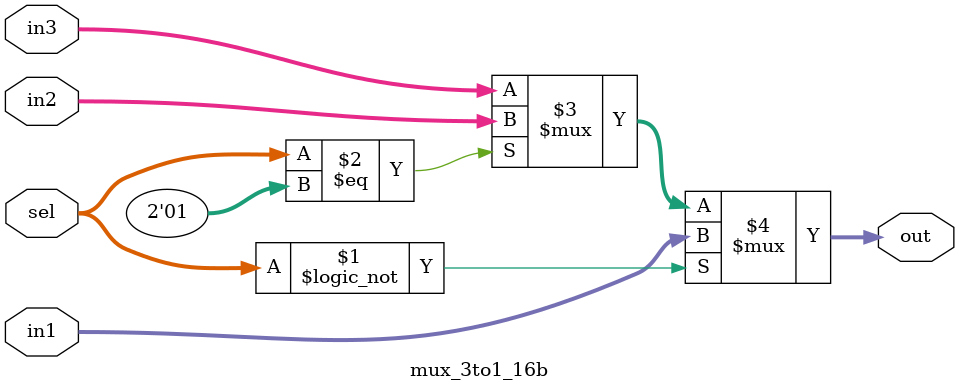
<source format=v>

module mux_3to1_16b(
     input wire[1:0] sel
    ,input wire[15:0] in1
    ,input wire[15:0] in2
    ,input wire[15:0] in3
    ,output wire[15:0] out
);
    assign out = (sel == 2'b00) ? in1 :
                 ((sel == 2'b01) ? in2 : in3);
endmodule
</source>
